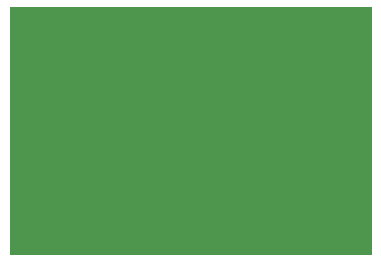
<source format=gts>
G04 #@! TF.GenerationSoftware,KiCad,Pcbnew,5.1.10-88a1d61d58~88~ubuntu18.04.1*
G04 #@! TF.CreationDate,2021-09-27T18:20:55+02:00*
G04 #@! TF.ProjectId,rf_phase_shifter_5_8GHz,72665f70-6861-4736-955f-736869667465,1.0.0*
G04 #@! TF.SameCoordinates,Original*
G04 #@! TF.FileFunction,Soldermask,Top*
G04 #@! TF.FilePolarity,Negative*
%FSLAX46Y46*%
G04 Gerber Fmt 4.6, Leading zero omitted, Abs format (unit mm)*
G04 Created by KiCad (PCBNEW 5.1.10-88a1d61d58~88~ubuntu18.04.1) date 2021-09-27 18:20:55*
%MOMM*%
%LPD*%
G01*
G04 APERTURE LIST*
%ADD10C,0.100000*%
%ADD11R,5.000000X1.200000*%
%ADD12R,5.000000X1.600000*%
%ADD13R,1.200000X5.000000*%
%ADD14R,1.600000X5.000000*%
%ADD15R,0.330000X0.350000*%
%ADD16R,0.700000X0.600000*%
G04 APERTURE END LIST*
D10*
G36*
X103886000Y-69342000D02*
G01*
X73279000Y-69342000D01*
X73279000Y-48387000D01*
X103886000Y-48387000D01*
X103886000Y-69342000D01*
G37*
X103886000Y-69342000D02*
X73279000Y-69342000D01*
X73279000Y-48387000D01*
X103886000Y-48387000D01*
X103886000Y-69342000D01*
G36*
G01*
X96098850Y-59783435D02*
X96098850Y-59388285D01*
G75*
G02*
X96296425Y-59190710I197575J0D01*
G01*
X100506775Y-59190710D01*
G75*
G02*
X100704350Y-59388285I0J-197575D01*
G01*
X100704350Y-59783435D01*
G75*
G02*
X100506775Y-59981010I-197575J0D01*
G01*
X96296425Y-59981010D01*
G75*
G02*
X96098850Y-59783435I0J197575D01*
G01*
G37*
G36*
G01*
X93493350Y-59783435D02*
X93493350Y-59388285D01*
G75*
G02*
X93690925Y-59190710I197575J0D01*
G01*
X97901275Y-59190710D01*
G75*
G02*
X98098850Y-59388285I0J-197575D01*
G01*
X98098850Y-59783435D01*
G75*
G02*
X97901275Y-59981010I-197575J0D01*
G01*
X93690925Y-59981010D01*
G75*
G02*
X93493350Y-59783435I0J197575D01*
G01*
G37*
G36*
G01*
X96098850Y-58465175D02*
X96098850Y-58070025D01*
G75*
G02*
X96296425Y-57872450I197575J0D01*
G01*
X100506775Y-57872450D01*
G75*
G02*
X100704350Y-58070025I0J-197575D01*
G01*
X100704350Y-58465175D01*
G75*
G02*
X100506775Y-58662750I-197575J0D01*
G01*
X96296425Y-58662750D01*
G75*
G02*
X96098850Y-58465175I0J197575D01*
G01*
G37*
G36*
G01*
X93493350Y-58465175D02*
X93493350Y-58070025D01*
G75*
G02*
X93690925Y-57872450I197575J0D01*
G01*
X97901275Y-57872450D01*
G75*
G02*
X98098850Y-58070025I0J-197575D01*
G01*
X98098850Y-58465175D01*
G75*
G02*
X97901275Y-58662750I-197575J0D01*
G01*
X93690925Y-58662750D01*
G75*
G02*
X93493350Y-58465175I0J197575D01*
G01*
G37*
G36*
G01*
X88793300Y-59684265D02*
X88793300Y-59472215D01*
G75*
G02*
X88899325Y-59366190I106025J0D01*
G01*
X93388275Y-59366190D01*
G75*
G02*
X93494300Y-59472215I0J-106025D01*
G01*
X93494300Y-59684265D01*
G75*
G02*
X93388275Y-59790290I-106025J0D01*
G01*
X88899325Y-59790290D01*
G75*
G02*
X88793300Y-59684265I0J106025D01*
G01*
G37*
G36*
G01*
X86092300Y-59684265D02*
X86092300Y-59472215D01*
G75*
G02*
X86198325Y-59366190I106025J0D01*
G01*
X90687275Y-59366190D01*
G75*
G02*
X90793300Y-59472215I0J-106025D01*
G01*
X90793300Y-59684265D01*
G75*
G02*
X90687275Y-59790290I-106025J0D01*
G01*
X86198325Y-59790290D01*
G75*
G02*
X86092300Y-59684265I0J106025D01*
G01*
G37*
G36*
G01*
X88793300Y-58383785D02*
X88793300Y-58171735D01*
G75*
G02*
X88899325Y-58065710I106025J0D01*
G01*
X93388275Y-58065710D01*
G75*
G02*
X93494300Y-58171735I0J-106025D01*
G01*
X93494300Y-58383785D01*
G75*
G02*
X93388275Y-58489810I-106025J0D01*
G01*
X88899325Y-58489810D01*
G75*
G02*
X88793300Y-58383785I0J106025D01*
G01*
G37*
G36*
G01*
X86092300Y-58383785D02*
X86092300Y-58171735D01*
G75*
G02*
X86198325Y-58065710I106025J0D01*
G01*
X90687275Y-58065710D01*
G75*
G02*
X90793300Y-58171735I0J-106025D01*
G01*
X90793300Y-58383785D01*
G75*
G02*
X90687275Y-58489810I-106025J0D01*
G01*
X86198325Y-58489810D01*
G75*
G02*
X86092300Y-58383785I0J106025D01*
G01*
G37*
D11*
X75946000Y-58928000D03*
D12*
X75946000Y-61698000D03*
X75946000Y-56158000D03*
D13*
X84455000Y-66654000D03*
D14*
X87225000Y-66654000D03*
X81685000Y-66654000D03*
D13*
X84455000Y-51054000D03*
D14*
X81685000Y-51054000D03*
X87225000Y-51054000D03*
D15*
X85103000Y-58278000D03*
X85103000Y-58928000D03*
X85103000Y-59578000D03*
X86093000Y-59578000D03*
X86093000Y-58928000D03*
X86093000Y-58278000D03*
D16*
X100685600Y-59586900D03*
X100685600Y-60986900D03*
G36*
G01*
X88140250Y-60254500D02*
X87627750Y-60254500D01*
G75*
G02*
X87409000Y-60035750I0J218750D01*
G01*
X87409000Y-59598250D01*
G75*
G02*
X87627750Y-59379500I218750J0D01*
G01*
X88140250Y-59379500D01*
G75*
G02*
X88359000Y-59598250I0J-218750D01*
G01*
X88359000Y-60035750D01*
G75*
G02*
X88140250Y-60254500I-218750J0D01*
G01*
G37*
G36*
G01*
X88140250Y-61829500D02*
X87627750Y-61829500D01*
G75*
G02*
X87409000Y-61610750I0J218750D01*
G01*
X87409000Y-61173250D01*
G75*
G02*
X87627750Y-60954500I218750J0D01*
G01*
X88140250Y-60954500D01*
G75*
G02*
X88359000Y-61173250I0J-218750D01*
G01*
X88359000Y-61610750D01*
G75*
G02*
X88140250Y-61829500I-218750J0D01*
G01*
G37*
G36*
G01*
X87627750Y-57601500D02*
X88140250Y-57601500D01*
G75*
G02*
X88359000Y-57820250I0J-218750D01*
G01*
X88359000Y-58257750D01*
G75*
G02*
X88140250Y-58476500I-218750J0D01*
G01*
X87627750Y-58476500D01*
G75*
G02*
X87409000Y-58257750I0J218750D01*
G01*
X87409000Y-57820250D01*
G75*
G02*
X87627750Y-57601500I218750J0D01*
G01*
G37*
G36*
G01*
X87627750Y-56026500D02*
X88140250Y-56026500D01*
G75*
G02*
X88359000Y-56245250I0J-218750D01*
G01*
X88359000Y-56682750D01*
G75*
G02*
X88140250Y-56901500I-218750J0D01*
G01*
X87627750Y-56901500D01*
G75*
G02*
X87409000Y-56682750I0J218750D01*
G01*
X87409000Y-56245250D01*
G75*
G02*
X87627750Y-56026500I218750J0D01*
G01*
G37*
X100685600Y-58269100D03*
X100685600Y-56869100D03*
X93484700Y-60986900D03*
X93484700Y-59586900D03*
X93472000Y-56869100D03*
X93472000Y-58269100D03*
G36*
G01*
X84705000Y-61905000D02*
X84205000Y-61905000D01*
G75*
G02*
X83980000Y-61680000I0J225000D01*
G01*
X83980000Y-61230000D01*
G75*
G02*
X84205000Y-61005000I225000J0D01*
G01*
X84705000Y-61005000D01*
G75*
G02*
X84930000Y-61230000I0J-225000D01*
G01*
X84930000Y-61680000D01*
G75*
G02*
X84705000Y-61905000I-225000J0D01*
G01*
G37*
G36*
G01*
X84705000Y-63455000D02*
X84205000Y-63455000D01*
G75*
G02*
X83980000Y-63230000I0J225000D01*
G01*
X83980000Y-62780000D01*
G75*
G02*
X84205000Y-62555000I225000J0D01*
G01*
X84705000Y-62555000D01*
G75*
G02*
X84930000Y-62780000I0J-225000D01*
G01*
X84930000Y-63230000D01*
G75*
G02*
X84705000Y-63455000I-225000J0D01*
G01*
G37*
G36*
G01*
X84705000Y-55301000D02*
X84205000Y-55301000D01*
G75*
G02*
X83980000Y-55076000I0J225000D01*
G01*
X83980000Y-54626000D01*
G75*
G02*
X84205000Y-54401000I225000J0D01*
G01*
X84705000Y-54401000D01*
G75*
G02*
X84930000Y-54626000I0J-225000D01*
G01*
X84930000Y-55076000D01*
G75*
G02*
X84705000Y-55301000I-225000J0D01*
G01*
G37*
G36*
G01*
X84705000Y-56851000D02*
X84205000Y-56851000D01*
G75*
G02*
X83980000Y-56626000I0J225000D01*
G01*
X83980000Y-56176000D01*
G75*
G02*
X84205000Y-55951000I225000J0D01*
G01*
X84705000Y-55951000D01*
G75*
G02*
X84930000Y-56176000I0J-225000D01*
G01*
X84930000Y-56626000D01*
G75*
G02*
X84705000Y-56851000I-225000J0D01*
G01*
G37*
M02*

</source>
